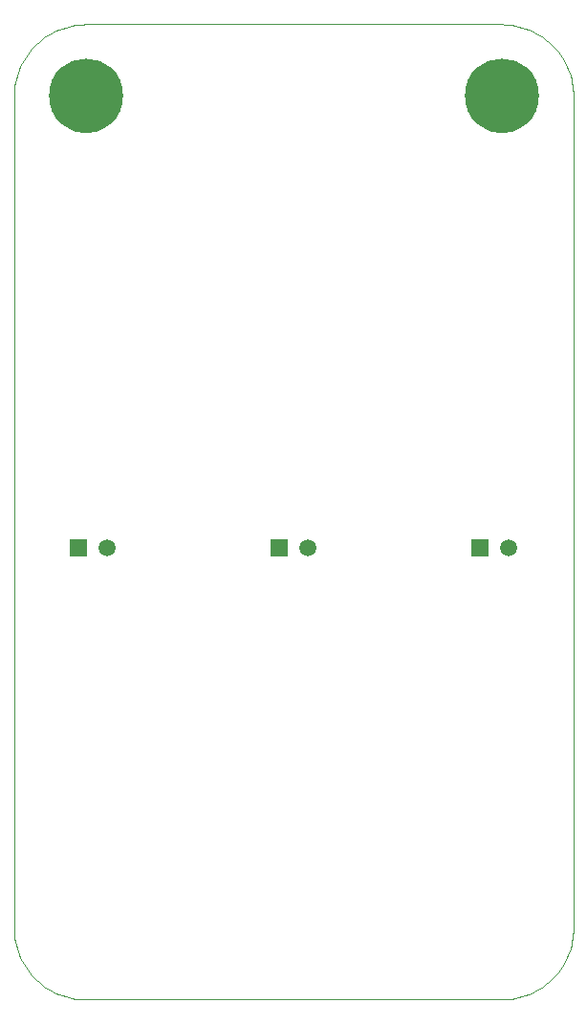
<source format=gts>
G75*
G70*
%OFA0B0*%
%FSLAX24Y24*%
%IPPOS*%
%LPD*%
%AMOC8*
5,1,8,0,0,1.08239X$1,22.5*
%
%ADD10C,0.0000*%
%ADD11C,0.2580*%
%ADD12R,0.0595X0.0595*%
%ADD13C,0.0595*%
%ADD14R,0.1782X0.0036*%
%ADD15R,0.0182X0.0036*%
%ADD16R,0.0145X0.0036*%
%ADD17R,0.1782X0.0036*%
%ADD18R,0.0181X0.0036*%
%ADD19R,1.8073X0.0036*%
%ADD20R,1.8073X0.0036*%
%ADD21R,1.8073X0.0036*%
%ADD22R,1.8146X0.0036*%
%ADD23R,1.8218X0.0036*%
%ADD24R,1.8255X0.0036*%
%ADD25R,1.8218X0.0036*%
%ADD26R,1.8182X0.0036*%
%ADD27R,1.8182X0.0036*%
%ADD28R,1.8146X0.0036*%
%ADD29R,1.8109X0.0036*%
%ADD30R,1.8109X0.0036*%
%ADD31R,0.1237X0.0036*%
%ADD32R,0.1236X0.0036*%
%ADD33R,0.0219X0.0036*%
%ADD34R,0.0218X0.0036*%
%ADD35R,0.1236X0.0036*%
%ADD36R,0.1200X0.0036*%
%ADD37R,0.0182X0.0036*%
%ADD38R,0.0219X0.0036*%
%ADD39R,0.1782X0.0036*%
%ADD40R,0.1200X0.0036*%
%ADD41R,0.1164X0.0036*%
%ADD42R,0.0182X0.0036*%
%ADD43R,0.0219X0.0036*%
%ADD44R,0.1163X0.0036*%
%ADD45R,0.1164X0.0036*%
%ADD46R,0.1127X0.0036*%
%ADD47R,0.1127X0.0036*%
%ADD48R,0.1128X0.0036*%
%ADD49R,0.1163X0.0036*%
%ADD50R,0.1127X0.0036*%
%ADD51R,0.1091X0.0036*%
%ADD52R,0.1090X0.0036*%
%ADD53R,0.1091X0.0036*%
%ADD54R,0.1090X0.0036*%
%ADD55R,0.1055X0.0036*%
%ADD56R,0.1091X0.0036*%
%ADD57R,0.1054X0.0036*%
%ADD58R,0.1055X0.0036*%
%ADD59R,0.1054X0.0036*%
%ADD60R,0.1054X0.0036*%
%ADD61R,0.1018X0.0036*%
%ADD62R,0.0145X0.0036*%
%ADD63R,0.1019X0.0036*%
%ADD64R,0.1018X0.0036*%
%ADD65R,0.0981X0.0036*%
%ADD66R,0.1018X0.0036*%
%ADD67R,0.0145X0.0036*%
%ADD68R,0.0146X0.0036*%
%ADD69R,0.1019X0.0036*%
%ADD70R,0.0982X0.0036*%
%ADD71R,0.0981X0.0036*%
%ADD72R,0.0982X0.0036*%
%ADD73R,0.0109X0.0036*%
%ADD74R,0.0981X0.0036*%
%ADD75R,0.0946X0.0036*%
%ADD76R,0.0982X0.0036*%
%ADD77R,0.0946X0.0036*%
%ADD78R,0.0945X0.0036*%
%ADD79R,0.0946X0.0036*%
%ADD80R,0.0909X0.0036*%
%ADD81R,0.0909X0.0036*%
%ADD82R,0.0909X0.0036*%
%ADD83R,0.0909X0.0036*%
%ADD84R,0.0909X0.0036*%
%ADD85R,0.0872X0.0036*%
%ADD86R,0.0873X0.0036*%
%ADD87R,0.0872X0.0036*%
%ADD88R,0.0837X0.0036*%
%ADD89R,0.0836X0.0036*%
%ADD90R,0.0873X0.0036*%
%ADD91R,0.0836X0.0036*%
%ADD92R,0.0837X0.0036*%
%ADD93R,0.0836X0.0036*%
%ADD94R,0.0836X0.0036*%
%ADD95R,0.0837X0.0036*%
%ADD96R,0.0800X0.0036*%
%ADD97R,0.0800X0.0036*%
%ADD98R,0.0764X0.0036*%
%ADD99R,0.0800X0.0036*%
%ADD100R,0.0764X0.0036*%
%ADD101R,0.0764X0.0036*%
%ADD102R,0.0764X0.0036*%
%ADD103R,0.1818X0.0036*%
%ADD104R,0.1927X0.0036*%
%ADD105R,0.2000X0.0036*%
%ADD106R,0.2182X0.0036*%
%ADD107R,0.2364X0.0036*%
%ADD108R,0.0218X0.0036*%
%ADD109R,0.1746X0.0036*%
%ADD110R,0.0291X0.0036*%
%ADD111R,0.1746X0.0036*%
%ADD112R,0.0218X0.0036*%
%ADD113R,0.1746X0.0036*%
%ADD114R,0.0109X0.0036*%
%ADD115R,0.1709X0.0036*%
%ADD116R,0.1709X0.0036*%
%ADD117R,0.1709X0.0036*%
%ADD118R,0.1418X0.0036*%
%ADD119R,0.0181X0.0036*%
%ADD120R,0.1454X0.0036*%
%ADD121R,0.0181X0.0036*%
%ADD122R,0.1418X0.0036*%
%ADD123R,0.1418X0.0036*%
%ADD124R,0.1382X0.0036*%
%ADD125R,0.0036X0.0036*%
%ADD126R,0.1273X0.0036*%
%ADD127R,0.0037X0.0036*%
%ADD128R,0.1273X0.0036*%
%ADD129R,0.1273X0.0036*%
%ADD130R,0.0909X0.0036*%
%ADD131R,0.0872X0.0036*%
%ADD132R,0.0836X0.0036*%
%ADD133R,0.0728X0.0036*%
%ADD134R,0.0728X0.0036*%
%ADD135R,0.0691X0.0036*%
%ADD136R,0.0691X0.0036*%
%ADD137R,0.0691X0.0036*%
%ADD138R,0.0618X0.0036*%
%ADD139R,0.0618X0.0036*%
%ADD140R,0.0618X0.0036*%
%ADD141R,0.0582X0.0036*%
%ADD142R,0.0546X0.0036*%
%ADD143R,0.0546X0.0036*%
%ADD144R,0.0473X0.0036*%
%ADD145R,0.0473X0.0036*%
%ADD146R,0.0473X0.0036*%
%ADD147R,0.0436X0.0036*%
%ADD148R,0.0400X0.0036*%
%ADD149R,0.0400X0.0036*%
%ADD150R,0.0400X0.0036*%
%ADD151R,0.0364X0.0036*%
%ADD152R,0.0327X0.0036*%
%ADD153R,0.0327X0.0036*%
%ADD154R,0.0327X0.0036*%
%ADD155R,0.0290X0.0036*%
%ADD156R,0.0254X0.0036*%
%ADD157R,0.0254X0.0036*%
%ADD158R,0.0254X0.0036*%
%ADD159R,0.0109X0.0036*%
%ADD160R,0.0109X0.0036*%
%ADD161R,0.0873X0.0036*%
D10*
X000655Y003155D02*
X000655Y032155D01*
X001905Y032155D02*
X001907Y032225D01*
X001913Y032295D01*
X001923Y032364D01*
X001936Y032433D01*
X001954Y032501D01*
X001975Y032568D01*
X002000Y032633D01*
X002029Y032697D01*
X002061Y032760D01*
X002097Y032820D01*
X002136Y032878D01*
X002178Y032934D01*
X002223Y032988D01*
X002271Y033039D01*
X002322Y033087D01*
X002376Y033132D01*
X002432Y033174D01*
X002490Y033213D01*
X002550Y033249D01*
X002613Y033281D01*
X002677Y033310D01*
X002742Y033335D01*
X002809Y033356D01*
X002877Y033374D01*
X002946Y033387D01*
X003015Y033397D01*
X003085Y033403D01*
X003155Y033405D01*
X003225Y033403D01*
X003295Y033397D01*
X003364Y033387D01*
X003433Y033374D01*
X003501Y033356D01*
X003568Y033335D01*
X003633Y033310D01*
X003697Y033281D01*
X003760Y033249D01*
X003820Y033213D01*
X003878Y033174D01*
X003934Y033132D01*
X003988Y033087D01*
X004039Y033039D01*
X004087Y032988D01*
X004132Y032934D01*
X004174Y032878D01*
X004213Y032820D01*
X004249Y032760D01*
X004281Y032697D01*
X004310Y032633D01*
X004335Y032568D01*
X004356Y032501D01*
X004374Y032433D01*
X004387Y032364D01*
X004397Y032295D01*
X004403Y032225D01*
X004405Y032155D01*
X004403Y032085D01*
X004397Y032015D01*
X004387Y031946D01*
X004374Y031877D01*
X004356Y031809D01*
X004335Y031742D01*
X004310Y031677D01*
X004281Y031613D01*
X004249Y031550D01*
X004213Y031490D01*
X004174Y031432D01*
X004132Y031376D01*
X004087Y031322D01*
X004039Y031271D01*
X003988Y031223D01*
X003934Y031178D01*
X003878Y031136D01*
X003820Y031097D01*
X003760Y031061D01*
X003697Y031029D01*
X003633Y031000D01*
X003568Y030975D01*
X003501Y030954D01*
X003433Y030936D01*
X003364Y030923D01*
X003295Y030913D01*
X003225Y030907D01*
X003155Y030905D01*
X003085Y030907D01*
X003015Y030913D01*
X002946Y030923D01*
X002877Y030936D01*
X002809Y030954D01*
X002742Y030975D01*
X002677Y031000D01*
X002613Y031029D01*
X002550Y031061D01*
X002490Y031097D01*
X002432Y031136D01*
X002376Y031178D01*
X002322Y031223D01*
X002271Y031271D01*
X002223Y031322D01*
X002178Y031376D01*
X002136Y031432D01*
X002097Y031490D01*
X002061Y031550D01*
X002029Y031613D01*
X002000Y031677D01*
X001975Y031742D01*
X001954Y031809D01*
X001936Y031877D01*
X001923Y031946D01*
X001913Y032015D01*
X001907Y032085D01*
X001905Y032155D01*
X000655Y032155D02*
X000658Y032274D01*
X000666Y032393D01*
X000680Y032511D01*
X000700Y032628D01*
X000725Y032744D01*
X000756Y032859D01*
X000792Y032973D01*
X000834Y033084D01*
X000881Y033194D01*
X000933Y033301D01*
X000990Y033405D01*
X001052Y033507D01*
X001119Y033605D01*
X001190Y033700D01*
X001266Y033792D01*
X001346Y033880D01*
X001430Y033964D01*
X001518Y034044D01*
X001610Y034120D01*
X001705Y034191D01*
X001803Y034258D01*
X001905Y034320D01*
X002009Y034377D01*
X002116Y034429D01*
X002226Y034476D01*
X002337Y034518D01*
X002451Y034554D01*
X002566Y034585D01*
X002682Y034610D01*
X002799Y034630D01*
X002917Y034644D01*
X003036Y034652D01*
X003155Y034655D01*
X017655Y034655D01*
X016405Y032155D02*
X016407Y032225D01*
X016413Y032295D01*
X016423Y032364D01*
X016436Y032433D01*
X016454Y032501D01*
X016475Y032568D01*
X016500Y032633D01*
X016529Y032697D01*
X016561Y032760D01*
X016597Y032820D01*
X016636Y032878D01*
X016678Y032934D01*
X016723Y032988D01*
X016771Y033039D01*
X016822Y033087D01*
X016876Y033132D01*
X016932Y033174D01*
X016990Y033213D01*
X017050Y033249D01*
X017113Y033281D01*
X017177Y033310D01*
X017242Y033335D01*
X017309Y033356D01*
X017377Y033374D01*
X017446Y033387D01*
X017515Y033397D01*
X017585Y033403D01*
X017655Y033405D01*
X017725Y033403D01*
X017795Y033397D01*
X017864Y033387D01*
X017933Y033374D01*
X018001Y033356D01*
X018068Y033335D01*
X018133Y033310D01*
X018197Y033281D01*
X018260Y033249D01*
X018320Y033213D01*
X018378Y033174D01*
X018434Y033132D01*
X018488Y033087D01*
X018539Y033039D01*
X018587Y032988D01*
X018632Y032934D01*
X018674Y032878D01*
X018713Y032820D01*
X018749Y032760D01*
X018781Y032697D01*
X018810Y032633D01*
X018835Y032568D01*
X018856Y032501D01*
X018874Y032433D01*
X018887Y032364D01*
X018897Y032295D01*
X018903Y032225D01*
X018905Y032155D01*
X018903Y032085D01*
X018897Y032015D01*
X018887Y031946D01*
X018874Y031877D01*
X018856Y031809D01*
X018835Y031742D01*
X018810Y031677D01*
X018781Y031613D01*
X018749Y031550D01*
X018713Y031490D01*
X018674Y031432D01*
X018632Y031376D01*
X018587Y031322D01*
X018539Y031271D01*
X018488Y031223D01*
X018434Y031178D01*
X018378Y031136D01*
X018320Y031097D01*
X018260Y031061D01*
X018197Y031029D01*
X018133Y031000D01*
X018068Y030975D01*
X018001Y030954D01*
X017933Y030936D01*
X017864Y030923D01*
X017795Y030913D01*
X017725Y030907D01*
X017655Y030905D01*
X017585Y030907D01*
X017515Y030913D01*
X017446Y030923D01*
X017377Y030936D01*
X017309Y030954D01*
X017242Y030975D01*
X017177Y031000D01*
X017113Y031029D01*
X017050Y031061D01*
X016990Y031097D01*
X016932Y031136D01*
X016876Y031178D01*
X016822Y031223D01*
X016771Y031271D01*
X016723Y031322D01*
X016678Y031376D01*
X016636Y031432D01*
X016597Y031490D01*
X016561Y031550D01*
X016529Y031613D01*
X016500Y031677D01*
X016475Y031742D01*
X016454Y031809D01*
X016436Y031877D01*
X016423Y031946D01*
X016413Y032015D01*
X016407Y032085D01*
X016405Y032155D01*
X017655Y034655D02*
X017774Y034652D01*
X017893Y034644D01*
X018011Y034630D01*
X018128Y034610D01*
X018244Y034585D01*
X018359Y034554D01*
X018473Y034518D01*
X018584Y034476D01*
X018694Y034429D01*
X018801Y034377D01*
X018905Y034320D01*
X019007Y034258D01*
X019105Y034191D01*
X019200Y034120D01*
X019292Y034044D01*
X019380Y033964D01*
X019464Y033880D01*
X019544Y033792D01*
X019620Y033700D01*
X019691Y033605D01*
X019758Y033507D01*
X019820Y033405D01*
X019877Y033301D01*
X019929Y033194D01*
X019976Y033084D01*
X020018Y032973D01*
X020054Y032859D01*
X020085Y032744D01*
X020110Y032628D01*
X020130Y032511D01*
X020144Y032393D01*
X020152Y032274D01*
X020155Y032155D01*
X020155Y003155D01*
X020152Y003036D01*
X020144Y002917D01*
X020130Y002799D01*
X020110Y002682D01*
X020085Y002566D01*
X020054Y002451D01*
X020018Y002337D01*
X019976Y002226D01*
X019929Y002116D01*
X019877Y002009D01*
X019820Y001905D01*
X019758Y001803D01*
X019691Y001705D01*
X019620Y001610D01*
X019544Y001518D01*
X019464Y001430D01*
X019380Y001346D01*
X019292Y001266D01*
X019200Y001190D01*
X019105Y001119D01*
X019007Y001052D01*
X018905Y000990D01*
X018801Y000933D01*
X018694Y000881D01*
X018584Y000834D01*
X018473Y000792D01*
X018359Y000756D01*
X018244Y000725D01*
X018128Y000700D01*
X018011Y000680D01*
X017893Y000666D01*
X017774Y000658D01*
X017655Y000655D01*
X003155Y000655D01*
X003036Y000658D01*
X002917Y000666D01*
X002799Y000680D01*
X002682Y000700D01*
X002566Y000725D01*
X002451Y000756D01*
X002337Y000792D01*
X002226Y000834D01*
X002116Y000881D01*
X002009Y000933D01*
X001905Y000990D01*
X001803Y001052D01*
X001705Y001119D01*
X001610Y001190D01*
X001518Y001266D01*
X001430Y001346D01*
X001346Y001430D01*
X001266Y001518D01*
X001190Y001610D01*
X001119Y001705D01*
X001052Y001803D01*
X000990Y001905D01*
X000933Y002009D01*
X000881Y002116D01*
X000834Y002226D01*
X000792Y002337D01*
X000756Y002451D01*
X000725Y002566D01*
X000700Y002682D01*
X000680Y002799D01*
X000666Y002917D01*
X000658Y003036D01*
X000655Y003155D01*
D11*
X003155Y032155D03*
X017655Y032155D03*
D12*
X016905Y016405D03*
X009905Y016405D03*
X002905Y016405D03*
D13*
X003905Y016405D03*
X010905Y016405D03*
X017905Y016405D03*
D14*
X010412Y021228D03*
X010412Y024537D03*
X010412Y024573D03*
X010412Y024682D03*
X010412Y024828D03*
X010412Y024937D03*
X010412Y024973D03*
X010412Y025082D03*
X010412Y025228D03*
X010412Y025337D03*
X010412Y025373D03*
X010412Y025482D03*
X010412Y025628D03*
X010412Y025737D03*
X010412Y025773D03*
X010412Y025882D03*
X010412Y026028D03*
X010412Y026137D03*
X010412Y026173D03*
X010412Y026282D03*
X010412Y026428D03*
X010412Y026537D03*
X010412Y026573D03*
X010412Y026682D03*
X010412Y026828D03*
X010412Y026937D03*
X010412Y026973D03*
X010412Y027082D03*
X010412Y027228D03*
X010412Y027337D03*
X010412Y027373D03*
X010412Y027482D03*
X010412Y027628D03*
X010412Y027737D03*
X010412Y027773D03*
X010412Y027882D03*
X010412Y028028D03*
X010412Y028137D03*
X010412Y028173D03*
X010448Y029082D03*
D15*
X012266Y024755D03*
X012266Y024646D03*
X012848Y024646D03*
X012848Y024755D03*
X008012Y024755D03*
X008012Y024646D03*
X008012Y024464D03*
X003357Y021264D03*
X017466Y021264D03*
D16*
X011158Y029555D03*
X009303Y028464D03*
X003958Y021264D03*
D17*
X010412Y021264D03*
X010412Y024464D03*
X010412Y024646D03*
X010412Y024755D03*
X010412Y024864D03*
X010412Y025046D03*
X010412Y025155D03*
X010412Y025264D03*
X010412Y025446D03*
X010412Y025555D03*
X010412Y025664D03*
X010412Y025846D03*
X010412Y025955D03*
X010412Y026064D03*
X010412Y026246D03*
X010412Y026355D03*
X010412Y026464D03*
X010412Y026646D03*
X010412Y026755D03*
X010412Y026864D03*
X010412Y027046D03*
X010412Y027155D03*
X010412Y027264D03*
X010412Y027446D03*
X010412Y027555D03*
X010412Y027664D03*
X010412Y027846D03*
X010412Y027955D03*
X010412Y028064D03*
X010448Y029046D03*
D18*
X011176Y029446D03*
X016885Y021264D03*
D19*
X010412Y021301D03*
X010412Y021410D03*
X010412Y021519D03*
X010412Y021591D03*
X010412Y021701D03*
X010412Y021810D03*
X010412Y021919D03*
X010412Y021991D03*
X010412Y022101D03*
X010412Y022210D03*
X010412Y022319D03*
X010412Y022391D03*
X010412Y022501D03*
X010412Y022610D03*
X010412Y022719D03*
X010412Y022791D03*
X010412Y022901D03*
X010412Y023010D03*
X010412Y023119D03*
X010412Y023191D03*
X010412Y023301D03*
X010412Y023410D03*
X010412Y023519D03*
X010412Y023591D03*
X010412Y023701D03*
X010412Y023810D03*
X010412Y023919D03*
X010412Y023991D03*
X010412Y024101D03*
D20*
X010412Y024028D03*
X010412Y023882D03*
X010412Y023773D03*
X010412Y023737D03*
X010412Y023628D03*
X010412Y023482D03*
X010412Y023373D03*
X010412Y023337D03*
X010412Y023228D03*
X010412Y023082D03*
X010412Y022973D03*
X010412Y022937D03*
X010412Y022828D03*
X010412Y022682D03*
X010412Y022573D03*
X010412Y022537D03*
X010412Y022428D03*
X010412Y022282D03*
X010412Y022173D03*
X010412Y022137D03*
X010412Y022028D03*
X010412Y021882D03*
X010412Y021773D03*
X010412Y021737D03*
X010412Y021628D03*
X010412Y021482D03*
X010412Y021373D03*
X010412Y021337D03*
D21*
X010412Y021446D03*
X010412Y021555D03*
X010412Y021664D03*
X010412Y021846D03*
X010412Y021955D03*
X010412Y022064D03*
X010412Y022246D03*
X010412Y022355D03*
X010412Y022464D03*
X010412Y022646D03*
X010412Y022755D03*
X010412Y022864D03*
X010412Y023046D03*
X010412Y023155D03*
X010412Y023264D03*
X010412Y023446D03*
X010412Y023555D03*
X010412Y023664D03*
X010412Y023846D03*
X010412Y023955D03*
X010412Y024064D03*
D22*
X010448Y024137D03*
D23*
X010412Y024173D03*
D24*
X010394Y024210D03*
D25*
X010412Y024246D03*
D26*
X010394Y024282D03*
D27*
X010394Y024319D03*
D28*
X010412Y024355D03*
D29*
X010394Y024391D03*
D30*
X010394Y024428D03*
D31*
X015485Y024464D03*
X001994Y024464D03*
D32*
X005339Y024464D03*
D33*
X008576Y024464D03*
X008576Y024646D03*
X008576Y024755D03*
X012285Y024464D03*
D34*
X012830Y024464D03*
D35*
X018830Y024464D03*
D36*
X018848Y024501D03*
X015466Y024501D03*
X005321Y024501D03*
X001975Y024501D03*
D37*
X008012Y024501D03*
X008012Y024610D03*
X008012Y024719D03*
X008012Y024791D03*
X012266Y024791D03*
X012266Y024719D03*
X012266Y024610D03*
X012266Y024501D03*
X012848Y024501D03*
X012848Y024610D03*
X012848Y024719D03*
X012848Y024791D03*
D38*
X008576Y024719D03*
X008576Y024610D03*
X008576Y024501D03*
D39*
X010412Y024501D03*
X010412Y024610D03*
X010412Y024719D03*
X010412Y024791D03*
X010412Y024901D03*
X010412Y025010D03*
X010412Y025119D03*
X010412Y025191D03*
X010412Y025301D03*
X010412Y025410D03*
X010412Y025519D03*
X010412Y025591D03*
X010412Y025701D03*
X010412Y025810D03*
X010412Y025919D03*
X010412Y025991D03*
X010412Y026101D03*
X010412Y026210D03*
X010412Y026319D03*
X010412Y026391D03*
X010412Y026501D03*
X010412Y026610D03*
X010412Y026719D03*
X010412Y026791D03*
X010412Y026901D03*
X010412Y027010D03*
X010412Y027119D03*
X010412Y027191D03*
X010412Y027301D03*
X010412Y027410D03*
X010412Y027519D03*
X010412Y027591D03*
X010412Y027701D03*
X010412Y027810D03*
X010412Y027919D03*
X010412Y027991D03*
X010412Y028101D03*
X010412Y028210D03*
X010448Y029119D03*
D40*
X010412Y030173D03*
X001975Y024537D03*
D41*
X005339Y024537D03*
X005339Y024573D03*
D42*
X008012Y024573D03*
X008012Y024537D03*
X008012Y024682D03*
X008012Y024828D03*
X012266Y024682D03*
X012266Y024573D03*
X012266Y024537D03*
X012848Y024537D03*
X012848Y024573D03*
X012848Y024682D03*
D43*
X008576Y024682D03*
X008576Y024573D03*
X008576Y024537D03*
D44*
X015485Y024537D03*
X015485Y024573D03*
D45*
X018830Y024537D03*
D46*
X018849Y024573D03*
X001976Y024573D03*
X001976Y024682D03*
D47*
X001976Y024610D03*
X018849Y024610D03*
D48*
X005321Y024610D03*
D49*
X015485Y024610D03*
D50*
X015467Y024646D03*
X001976Y024646D03*
D51*
X005340Y024646D03*
D52*
X018830Y024646D03*
D53*
X015485Y024682D03*
X005340Y024682D03*
D54*
X018830Y024682D03*
D55*
X001976Y024719D03*
X001976Y024791D03*
D56*
X005340Y024719D03*
X015485Y024719D03*
D57*
X018848Y024719D03*
D58*
X015467Y024755D03*
X001976Y024755D03*
D59*
X005321Y024755D03*
D60*
X018848Y024755D03*
D61*
X005339Y024791D03*
D62*
X008576Y024791D03*
X011158Y029519D03*
D63*
X015485Y024791D03*
D64*
X018830Y024791D03*
D65*
X001976Y024828D03*
D66*
X005339Y024828D03*
D67*
X008576Y024828D03*
X012285Y024828D03*
D68*
X012830Y024828D03*
D69*
X015485Y024828D03*
D70*
X018848Y024828D03*
X010412Y030282D03*
D71*
X001976Y024864D03*
D72*
X005321Y024864D03*
X010412Y030246D03*
X015466Y024864D03*
X018848Y024864D03*
D73*
X012849Y024864D03*
X012267Y024864D03*
X010412Y032464D03*
X010412Y032646D03*
X010412Y032755D03*
D74*
X001976Y024901D03*
D75*
X005339Y024901D03*
D76*
X010412Y030210D03*
X010412Y030319D03*
X015466Y024901D03*
D77*
X018830Y024901D03*
D78*
X015485Y024937D03*
X015485Y024973D03*
X001958Y024937D03*
D79*
X005339Y024937D03*
D80*
X010412Y030428D03*
X018849Y024973D03*
X018849Y024937D03*
D81*
X005321Y024973D03*
X001976Y024973D03*
D82*
X001976Y025010D03*
X005321Y025010D03*
D83*
X010412Y030391D03*
X010412Y030501D03*
X015467Y025010D03*
X018849Y025010D03*
D84*
X001976Y025046D03*
D85*
X005339Y025046D03*
D86*
X010794Y032864D03*
X010794Y033046D03*
X010794Y033155D03*
X010794Y033264D03*
X015485Y025046D03*
D87*
X018830Y025046D03*
D88*
X001976Y025082D03*
D89*
X005321Y025082D03*
D90*
X010794Y032937D03*
X010794Y032973D03*
X010794Y033082D03*
X010794Y033228D03*
X015485Y025082D03*
D91*
X018848Y025082D03*
X010412Y030573D03*
X010412Y030682D03*
D92*
X015467Y025119D03*
X001976Y025119D03*
D93*
X005321Y025119D03*
D94*
X010412Y030610D03*
X018848Y025119D03*
D95*
X015467Y025155D03*
X001976Y025155D03*
D96*
X001957Y025264D03*
X005339Y025264D03*
X005339Y025155D03*
X015485Y025264D03*
X018830Y025155D03*
D97*
X015485Y025191D03*
X015485Y025301D03*
X005339Y025301D03*
X005339Y025191D03*
X001957Y025191D03*
X001957Y025301D03*
D98*
X010412Y030719D03*
X010412Y030791D03*
X018848Y025301D03*
X018848Y025191D03*
D99*
X015485Y025228D03*
X001957Y025228D03*
D100*
X005321Y025228D03*
D101*
X010412Y030828D03*
X018848Y025228D03*
D102*
X018848Y025264D03*
X010412Y030755D03*
D103*
X010430Y028246D03*
D104*
X010412Y028282D03*
D105*
X010412Y028319D03*
D106*
X010394Y028355D03*
D107*
X010412Y028391D03*
D108*
X009339Y028428D03*
D109*
X010430Y028428D03*
X010430Y028537D03*
X010430Y028573D03*
X010430Y028682D03*
X010430Y028828D03*
X010430Y028937D03*
X010430Y028973D03*
X010430Y029228D03*
D110*
X011485Y028428D03*
D111*
X010430Y028464D03*
X010430Y028646D03*
X010430Y028755D03*
X010430Y028864D03*
X010430Y029155D03*
D112*
X011521Y028464D03*
D113*
X010430Y028501D03*
X010430Y028610D03*
X010430Y028719D03*
X010430Y028791D03*
X010430Y028901D03*
X010430Y029010D03*
X010430Y029191D03*
D114*
X011176Y029591D03*
X011540Y028501D03*
D115*
X010449Y029264D03*
D116*
X010449Y029301D03*
D117*
X010449Y029337D03*
D118*
X010339Y029373D03*
X010339Y029482D03*
D119*
X011176Y029482D03*
X011176Y029373D03*
D120*
X010321Y029410D03*
D121*
X011176Y029410D03*
D122*
X010339Y029446D03*
X010339Y029555D03*
D123*
X010339Y029519D03*
D124*
X010357Y029591D03*
D125*
X009721Y029628D03*
D126*
X010412Y029628D03*
X010412Y029737D03*
X010412Y029773D03*
X010412Y029882D03*
X010412Y030028D03*
X010412Y030137D03*
D127*
X011176Y029628D03*
D128*
X010412Y029664D03*
X010412Y029846D03*
X010412Y029955D03*
X010412Y030064D03*
D129*
X010412Y030101D03*
X010412Y029991D03*
X010412Y029919D03*
X010412Y029810D03*
X010412Y029701D03*
D130*
X010412Y030355D03*
X010412Y030464D03*
D131*
X010430Y030537D03*
D132*
X010412Y030646D03*
D133*
X010430Y030864D03*
D134*
X010430Y030901D03*
D135*
X010412Y030937D03*
X010412Y030973D03*
D136*
X010412Y031010D03*
D137*
X010412Y031046D03*
D138*
X010412Y031082D03*
X010412Y031228D03*
D139*
X010412Y031191D03*
X010412Y031119D03*
D140*
X010412Y031155D03*
D141*
X010430Y031264D03*
D142*
X010412Y031301D03*
X010412Y031410D03*
D143*
X010412Y031373D03*
X010412Y031337D03*
D144*
X010412Y031446D03*
X010412Y031555D03*
D145*
X010412Y031482D03*
D146*
X010412Y031519D03*
X010412Y031591D03*
D147*
X010430Y031628D03*
D148*
X010412Y031664D03*
D149*
X010412Y031701D03*
D150*
X010412Y031737D03*
X010412Y031773D03*
D151*
X010430Y031810D03*
D152*
X010412Y031846D03*
X010412Y031955D03*
D153*
X010412Y031882D03*
D154*
X010412Y031919D03*
D155*
X010430Y031991D03*
D156*
X010412Y032028D03*
X010412Y032137D03*
X010412Y032173D03*
X010412Y032282D03*
D157*
X010412Y032246D03*
X010412Y032355D03*
X010412Y032064D03*
D158*
X010412Y032101D03*
X010412Y032210D03*
X010412Y032319D03*
X010412Y032391D03*
D159*
X010412Y032428D03*
X010412Y032537D03*
X010412Y032573D03*
X010412Y032682D03*
X010412Y032828D03*
D160*
X010412Y032791D03*
X010412Y032719D03*
X010412Y032610D03*
X010412Y032501D03*
D161*
X010794Y032901D03*
X010794Y033010D03*
X010794Y033119D03*
X010794Y033191D03*
M02*

</source>
